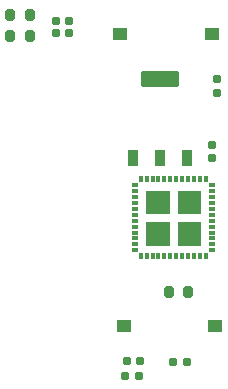
<source format=gbr>
%TF.GenerationSoftware,KiCad,Pcbnew,8.0.4-8.0.4-0~ubuntu22.04.1*%
%TF.CreationDate,2024-08-07T00:11:22+05:30*%
%TF.ProjectId,esp32Shield,65737033-3253-4686-9965-6c642e6b6963,rev?*%
%TF.SameCoordinates,Original*%
%TF.FileFunction,Paste,Top*%
%TF.FilePolarity,Positive*%
%FSLAX46Y46*%
G04 Gerber Fmt 4.6, Leading zero omitted, Abs format (unit mm)*
G04 Created by KiCad (PCBNEW 8.0.4-8.0.4-0~ubuntu22.04.1) date 2024-08-07 00:11:22*
%MOMM*%
%LPD*%
G01*
G04 APERTURE LIST*
G04 Aperture macros list*
%AMRoundRect*
0 Rectangle with rounded corners*
0 $1 Rounding radius*
0 $2 $3 $4 $5 $6 $7 $8 $9 X,Y pos of 4 corners*
0 Add a 4 corners polygon primitive as box body*
4,1,4,$2,$3,$4,$5,$6,$7,$8,$9,$2,$3,0*
0 Add four circle primitives for the rounded corners*
1,1,$1+$1,$2,$3*
1,1,$1+$1,$4,$5*
1,1,$1+$1,$6,$7*
1,1,$1+$1,$8,$9*
0 Add four rect primitives between the rounded corners*
20,1,$1+$1,$2,$3,$4,$5,0*
20,1,$1+$1,$4,$5,$6,$7,0*
20,1,$1+$1,$6,$7,$8,$9,0*
20,1,$1+$1,$8,$9,$2,$3,0*%
G04 Aperture macros list end*
%ADD10C,0.010000*%
%ADD11RoundRect,0.155000X-0.212500X-0.155000X0.212500X-0.155000X0.212500X0.155000X-0.212500X0.155000X0*%
%ADD12RoundRect,0.069750X0.395250X-0.585250X0.395250X0.585250X-0.395250X0.585250X-0.395250X-0.585250X0*%
%ADD13RoundRect,0.098250X1.521750X-0.556750X1.521750X0.556750X-1.521750X0.556750X-1.521750X-0.556750X0*%
%ADD14RoundRect,0.200000X-0.200000X-0.275000X0.200000X-0.275000X0.200000X0.275000X-0.200000X0.275000X0*%
%ADD15RoundRect,0.043750X-0.131250X-0.181250X0.131250X-0.181250X0.131250X0.181250X-0.131250X0.181250X0*%
%ADD16RoundRect,0.043750X-0.181250X-0.131250X0.181250X-0.131250X0.181250X0.131250X-0.181250X0.131250X0*%
%ADD17RoundRect,0.155000X0.155000X-0.212500X0.155000X0.212500X-0.155000X0.212500X-0.155000X-0.212500X0*%
%ADD18R,1.250000X1.000000*%
G04 APERTURE END LIST*
D10*
%TO.C,U1*%
X161817500Y-82305000D02*
X159907500Y-82305000D01*
X159907500Y-80395000D01*
X161817500Y-80395000D01*
X161817500Y-82305000D01*
G36*
X161817500Y-82305000D02*
G01*
X159907500Y-82305000D01*
X159907500Y-80395000D01*
X161817500Y-80395000D01*
X161817500Y-82305000D01*
G37*
X161817500Y-79605000D02*
X159907500Y-79605000D01*
X159907500Y-77695000D01*
X161817500Y-77695000D01*
X161817500Y-79605000D01*
G36*
X161817500Y-79605000D02*
G01*
X159907500Y-79605000D01*
X159907500Y-77695000D01*
X161817500Y-77695000D01*
X161817500Y-79605000D01*
G37*
X159117500Y-82305000D02*
X157207500Y-82305000D01*
X157207500Y-80395000D01*
X159117500Y-80395000D01*
X159117500Y-82305000D01*
G36*
X159117500Y-82305000D02*
G01*
X157207500Y-82305000D01*
X157207500Y-80395000D01*
X159117500Y-80395000D01*
X159117500Y-82305000D01*
G37*
X159117500Y-79605000D02*
X157207500Y-79605000D01*
X157207500Y-77695000D01*
X159117500Y-77695000D01*
X159117500Y-79605000D01*
G36*
X159117500Y-79605000D02*
G01*
X157207500Y-79605000D01*
X157207500Y-77695000D01*
X159117500Y-77695000D01*
X159117500Y-79605000D01*
G37*
%TD*%
D11*
%TO.C,C6*%
X149552500Y-63330000D03*
X150687500Y-63330000D03*
%TD*%
D12*
%TO.C,U2*%
X156110000Y-74945000D03*
X158400000Y-74945000D03*
X160690000Y-74945000D03*
D13*
X158400000Y-68255000D03*
%TD*%
D14*
%TO.C,R1*%
X159145000Y-86280000D03*
X160795000Y-86280000D03*
%TD*%
D11*
%TO.C,C4*%
X155465000Y-93400000D03*
X156600000Y-93400000D03*
%TD*%
D14*
%TO.C,R2*%
X145705000Y-62820000D03*
X147355000Y-62820000D03*
%TD*%
D15*
%TO.C,U1*%
X156762500Y-76735000D03*
X157262500Y-76735000D03*
X157762500Y-76735000D03*
X158262500Y-76735000D03*
X158762500Y-76735000D03*
X159262500Y-76735000D03*
X159762500Y-76735000D03*
X160262500Y-76735000D03*
X160762500Y-76735000D03*
X161262500Y-76735000D03*
X161762500Y-76735000D03*
X162262500Y-76735000D03*
D16*
X162777500Y-77250000D03*
X162777500Y-77750000D03*
X162777500Y-78250000D03*
X162777500Y-78750000D03*
X162777500Y-79250000D03*
X162777500Y-79750000D03*
X162777500Y-80250000D03*
X162777500Y-80750000D03*
X162777500Y-81250000D03*
X162777500Y-81750000D03*
X162777500Y-82250000D03*
X162777500Y-82750000D03*
D15*
X162262500Y-83265000D03*
X161762500Y-83265000D03*
X161262500Y-83265000D03*
X160762500Y-83265000D03*
X160262500Y-83265000D03*
X159762500Y-83265000D03*
X159262500Y-83265000D03*
X158762500Y-83265000D03*
X158262500Y-83265000D03*
X157762500Y-83265000D03*
X157262500Y-83265000D03*
X156762500Y-83265000D03*
D16*
X156247500Y-82750000D03*
X156247500Y-82250000D03*
X156247500Y-81750000D03*
X156247500Y-81250000D03*
X156247500Y-80750000D03*
X156247500Y-80250000D03*
X156247500Y-79750000D03*
X156247500Y-79250000D03*
X156247500Y-78750000D03*
X156247500Y-78250000D03*
X156247500Y-77750000D03*
X156247500Y-77250000D03*
%TD*%
D11*
%TO.C,C2*%
X155562500Y-92150000D03*
X156697500Y-92150000D03*
%TD*%
%TO.C,C5*%
X149592500Y-64380000D03*
X150727500Y-64380000D03*
%TD*%
D17*
%TO.C,C1*%
X162800000Y-74935000D03*
X162800000Y-73800000D03*
%TD*%
D18*
%TO.C,SW1*%
X163070000Y-89150000D03*
X155320000Y-89150000D03*
%TD*%
D17*
%TO.C,C3*%
X163200000Y-69400000D03*
X163200000Y-68265000D03*
%TD*%
D14*
%TO.C,R3*%
X145725000Y-64580000D03*
X147375000Y-64580000D03*
%TD*%
D18*
%TO.C,SW2*%
X155035000Y-64400000D03*
X162785000Y-64400000D03*
%TD*%
D11*
%TO.C,C7*%
X159502500Y-92180000D03*
X160637500Y-92180000D03*
%TD*%
M02*

</source>
